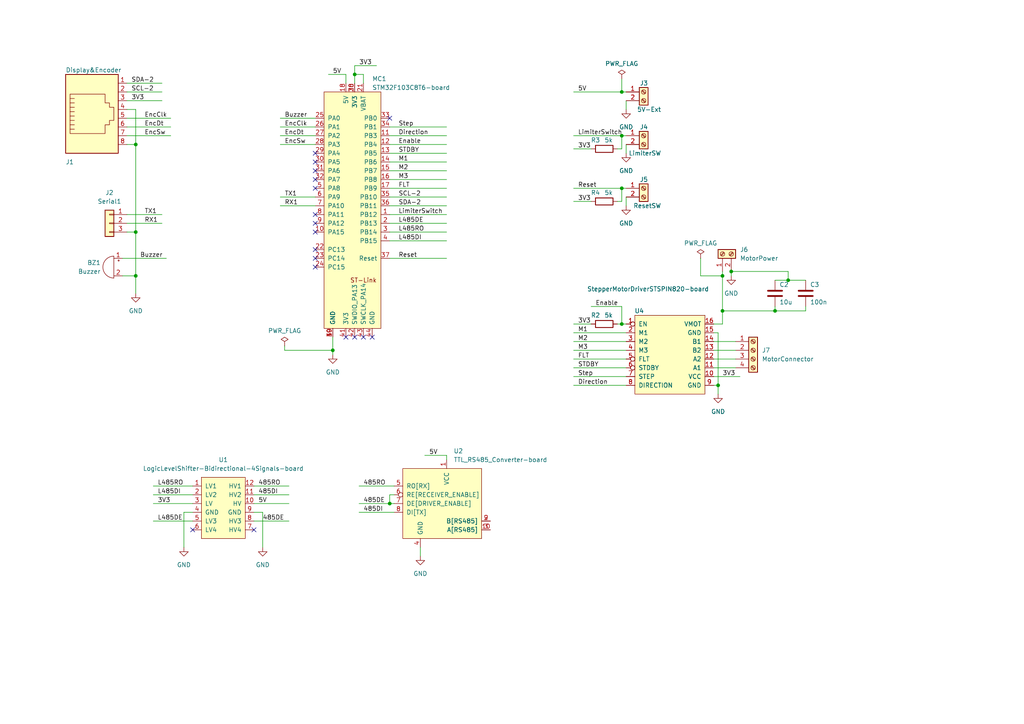
<source format=kicad_sch>
(kicad_sch (version 20211123) (generator eeschema)
  (paper "A4")
  (title_block (title "Electronic Focuser v1.1") (date "2022-02-07") (company "Radmilo Felix 2022"))
  (lib_symbols
    (symbol "Connector:RJ45" (pin_names (offset 1.016))
      (property "Reference" "J" (at -5.08 13.97 0))
      (property "Value" "RJ45" (at 2.54 13.97 0))
      (symbol "RJ45_0_1"
        (polyline (pts (xy -5.08 4.445) (xy -6.35 4.445)))
        (polyline (pts (xy -5.08 5.715) (xy -6.35 5.715)))
        (polyline (pts (xy -6.35 -3.175) (xy -5.08 -3.175) (xy -5.08 -3.175)))
        (polyline (pts (xy -6.35 -1.905) (xy -5.08 -1.905) (xy -5.08 -1.905)))
        (polyline (pts (xy -6.35 -0.635) (xy -5.08 -0.635) (xy -5.08 -0.635)))
        (polyline (pts (xy -6.35 0.635) (xy -5.08 0.635) (xy -5.08 0.635)))
        (polyline (pts (xy -6.35 1.905) (xy -5.08 1.905) (xy -5.08 1.905)))
        (polyline (pts (xy -5.08 3.175) (xy -6.35 3.175) (xy -6.35 3.175)))
        (polyline (pts (xy -6.35 -4.445) (xy -6.35 6.985) (xy 3.81 6.985) (xy 3.81 4.445) (xy 5.08 4.445) (xy 5.08 3.175) (xy 6.35 3.175) (xy 6.35 -0.635) (xy 5.08 -0.635) (xy 5.08 -1.905) (xy 3.81 -1.905) (xy 3.81 -4.445) (xy -6.35 -4.445) (xy -6.35 -4.445)))
        (rectangle (start 7.62 12.7) (end -7.62 -10.16) (stroke (width 0.254)) (fill (type background)))
      )
      (symbol "RJ45_1_1"
        (pin passive line (at 10.16 -7.62 180) (length 2.54) (name "~") (number "1"))
        (pin passive line (at 10.16 -5.08 180) (length 2.54) (name "~") (number "2"))
        (pin passive line (at 10.16 -2.54 180) (length 2.54) (name "~") (number "3"))
        (pin passive line (at 10.16 0 180) (length 2.54) (name "~") (number "4"))
        (pin passive line (at 10.16 2.54 180) (length 2.54) (name "~") (number "5"))
        (pin passive line (at 10.16 5.08 180) (length 2.54) (name "~") (number "6"))
        (pin passive line (at 10.16 7.62 180) (length 2.54) (name "~") (number "7"))
        (pin passive line (at 10.16 10.16 180) (length 2.54) (name "~") (number "8"))
      )
    )
    (symbol "Connector:Screw_Terminal_01x02" (pin_names (offset 1.016) hide)
      (property "Reference" "J" (at 0 2.54 0))
      (property "Value" "Screw_Terminal_01x02" (at 0 -5.08 0))
      (symbol "Screw_Terminal_01x02_1_1"
        (rectangle (start -1.27 1.27) (end 1.27 -3.81) (stroke (width 0.254)) (fill (type background)))
        (circle (center 0 -2.54) (radius 0.635) (stroke (width 0.1524)))
        (polyline (pts (xy -0.5334 -2.2098) (xy 0.3302 -3.048)) (stroke (width 0.1524)))
        (polyline (pts (xy -0.5334 0.3302) (xy 0.3302 -0.508)) (stroke (width 0.1524)))
        (polyline (pts (xy -0.3556 -2.032) (xy 0.508 -2.8702)) (stroke (width 0.1524)))
        (polyline (pts (xy -0.3556 0.508) (xy 0.508 -0.3302)) (stroke (width 0.1524)))
        (circle (center 0 0) (radius 0.635) (stroke (width 0.1524)))
        (pin passive line (at -5.08 0 0) (length 3.81) (name "Pin_1") (number "1"))
        (pin passive line (at -5.08 -2.54 0) (length 3.81) (name "Pin_2") (number "2"))
      )
    )
    (symbol "Connector:Screw_Terminal_01x04" (pin_names (offset 1.016) hide)
      (property "Reference" "J" (at 0 5.08 0))
      (property "Value" "Screw_Terminal_01x04" (at 0 -7.62 0))
      (symbol "Screw_Terminal_01x04_1_1"
        (rectangle (start -1.27 3.81) (end 1.27 -6.35) (stroke (width 0.254)) (fill (type background)))
        (circle (center 0 -5.08) (radius 0.635) (stroke (width 0.1524)))
        (circle (center 0 -2.54) (radius 0.635) (stroke (width 0.1524)))
        (polyline (pts (xy -0.5334 -4.7498) (xy 0.3302 -5.588)) (stroke (width 0.1524)))
        (polyline (pts (xy -0.5334 -2.2098) (xy 0.3302 -3.048)) (stroke (width 0.1524)))
        (polyline (pts (xy -0.5334 0.3302) (xy 0.3302 -0.508)) (stroke (width 0.1524)))
        (polyline (pts (xy -0.5334 2.8702) (xy 0.3302 2.032)) (stroke (width 0.1524)))
        (polyline (pts (xy -0.3556 -4.572) (xy 0.508 -5.4102)) (stroke (width 0.1524)))
        (polyline (pts (xy -0.3556 -2.032) (xy 0.508 -2.8702)) (stroke (width 0.1524)))
        (polyline (pts (xy -0.3556 0.508) (xy 0.508 -0.3302)) (stroke (width 0.1524)))
        (polyline (pts (xy -0.3556 3.048) (xy 0.508 2.2098)) (stroke (width 0.1524)))
        (circle (center 0 0) (radius 0.635) (stroke (width 0.1524)))
        (circle (center 0 2.54) (radius 0.635) (stroke (width 0.1524)))
        (pin passive line (at -5.08 2.54 0) (length 3.81) (name "Pin_1") (number "1"))
        (pin passive line (at -5.08 0 0) (length 3.81) (name "Pin_2") (number "2"))
        (pin passive line (at -5.08 -2.54 0) (length 3.81) (name "Pin_3") (number "3"))
        (pin passive line (at -5.08 -5.08 0) (length 3.81) (name "Pin_4") (number "4"))
      )
    )
    (symbol "Connector_Generic:Conn_01x03" (pin_names (offset 1.016) hide)
      (property "Reference" "J" (at 0 5.08 0))
      (property "Value" "Conn_01x03" (at 0 -5.08 0))
      (symbol "Conn_01x03_1_1"
        (rectangle (start -1.27 -2.413) (end 0 -2.667) (stroke (width 0.1524)))
        (rectangle (start -1.27 0.127) (end 0 -0.127) (stroke (width 0.1524)))
        (rectangle (start -1.27 2.667) (end 0 2.413) (stroke (width 0.1524)))
        (rectangle (start -1.27 3.81) (end 1.27 -3.81) (stroke (width 0.254)) (fill (type background)))
        (pin passive line (at -5.08 2.54 0) (length 3.81) (name "Pin_1") (number "1"))
        (pin passive line (at -5.08 0 0) (length 3.81) (name "Pin_2") (number "2"))
        (pin passive line (at -5.08 -2.54 0) (length 3.81) (name "Pin_3") (number "3"))
      )
    )
    (symbol "Device:Buzzer" (pin_names (offset 0.0254) hide)
      (property "Reference" "BZ" (at 3.81 1.27 0))
      (property "Value" "Buzzer" (at 3.81 -1.27 0))
      (symbol "Buzzer_0_1"
        (arc (start 0 -3.175) (mid 3.175 0) (end 0 3.175))
        (polyline (pts (xy -1.651 1.905) (xy -1.143 1.905)))
        (polyline (pts (xy -1.397 2.159) (xy -1.397 1.651)))
        (polyline (pts (xy 0 3.175) (xy 0 -3.175)))
      )
      (symbol "Buzzer_1_1"
        (pin passive line (at -2.54 2.54 0) (length 2.54) (name "-") (number "1"))
        (pin passive line (at -2.54 -2.54 0) (length 2.54) (name "+") (number "2"))
      )
    )
    (symbol "Device:C" (pin_numbers hide) (pin_names (offset 0.254))
      (property "Reference" "C" (at 0.635 2.54 0))
      (property "Value" "C" (at 0.635 -2.54 0))
      (symbol "C_0_1"
        (polyline (pts (xy -2.032 -0.762) (xy 2.032 -0.762)) (stroke (width 0.508)))
        (polyline (pts (xy -2.032 0.762) (xy 2.032 0.762)) (stroke (width 0.508)))
      )
      (symbol "C_1_1"
        (pin passive line (at 0 3.81 270) (length 2.794) (name "~") (number "1"))
        (pin passive line (at 0 -3.81 90) (length 2.794) (name "~") (number "2"))
      )
    )
    (symbol "Device:R" (pin_numbers hide) (pin_names (offset 0))
      (property "Reference" "R" (at 2.032 0 90))
      (property "Value" "R" (at 0 0 90))
      (symbol "R_0_1"
        (rectangle (start -1.016 -2.54) (end 1.016 2.54) (stroke (width 0.254)))
      )
      (symbol "R_1_1"
        (pin passive line (at 0 3.81 270) (length 1.27) (name "~") (number "1"))
        (pin passive line (at 0 -3.81 90) (length 1.27) (name "~") (number "2"))
      )
    )
    (symbol "MyCustom:LogicLevelShifter-Bidirectional-4Signals-board" (pin_names (offset 1.016))
      (property "Reference" "U" (at 3.81 -8.89 0))
      (property "Value" "LogicLevelShifter-Bidirectional-4Signals-board" (at 2.54 11.43 0))
      (symbol "LogicLevelShifter-Bidirectional-4Signals-board_0_1"
        (rectangle (start -7.62 10.16) (end 5.08 -7.62) (fill (type background)))
      )
      (symbol "LogicLevelShifter-Bidirectional-4Signals-board_1_1"
        (pin bidirectional line (at -10.16 7.62 0) (length 2.54) (name "LV1") (number "1"))
        (pin power_in line (at 7.62 2.54 180) (length 2.54) (name "HV") (number "10"))
        (pin bidirectional line (at 7.62 5.08 180) (length 2.54) (name "HV2") (number "11"))
        (pin bidirectional line (at 7.62 7.62 180) (length 2.54) (name "HV1") (number "12"))
        (pin bidirectional line (at -10.16 5.08 0) (length 2.54) (name "LV2") (number "2"))
        (pin power_in line (at -10.16 2.54 0) (length 2.54) (name "LV") (number "3"))
        (pin power_in line (at -10.16 0 0) (length 2.54) (name "GND") (number "4"))
        (pin bidirectional line (at -10.16 -2.54 0) (length 2.54) (name "LV3") (number "5"))
        (pin bidirectional line (at -10.16 -5.08 0) (length 2.54) (name "LV4") (number "6"))
        (pin bidirectional line (at 7.62 -5.08 180) (length 2.54) (name "HV4") (number "7"))
        (pin bidirectional line (at 7.62 -2.54 180) (length 2.54) (name "HV3") (number "8"))
        (pin power_in line (at 7.62 0 180) (length 2.54) (name "GND") (number "9"))
      )
    )
    (symbol "MyCustom:STM32F103C8T6-board" (pin_names (offset 1.016))
      (property "Reference" "MC" (at -12.7 -38.1 0))
      (property "Value" "STM32F103C8T6-board" (at -20.32 30.48 0))
      (symbol "STM32F103C8T6-board_0_0"
        (text "ST-Link" (at 2.54 -24.13 0) (effects (font (size 1.27 1.27))))
      )
      (symbol "STM32F103C8T6-board_0_1"
        (rectangle (start -8.89 30.48) (end 7.62 -38.1) (fill (type background)))
      )
      (symbol "STM32F103C8T6-board_1_1"
        (pin bidirectional line (at 10.16 -5.08 180) (length 2.54) (name "PB12") (number "1"))
        (pin bidirectional line (at -11.43 -10.16 0) (length 2.54) (name "PA15") (number "10"))
        (pin bidirectional line (at 10.16 17.78 180) (length 2.54) (name "PB3") (number "11"))
        (pin bidirectional line (at 10.16 15.24 180) (length 2.54) (name "PB4") (number "12"))
        (pin bidirectional line (at 10.16 12.7 180) (length 2.54) (name "PB5") (number "13"))
        (pin bidirectional line (at 10.16 10.16 180) (length 2.54) (name "PB6") (number "14"))
        (pin bidirectional line (at 10.16 7.62 180) (length 2.54) (name "PB7") (number "15"))
        (pin bidirectional line (at 10.16 5.08 180) (length 2.54) (name "PB8") (number "16"))
        (pin bidirectional line (at 10.16 2.54 180) (length 2.54) (name "PB9") (number "17"))
        (pin power_in line (at -2.54 33.02 270) (length 2.54) (name "5V") (number "18"))
        (pin power_in line (at -6.35 -40.64 90) (length 2.54) (name "GND") (number "19"))
        (pin bidirectional line (at 10.16 -7.62 180) (length 2.54) (name "PB13") (number "2"))
        (pin power_out line (at 0 33.02 270) (length 2.54) (name "3V3") (number "20"))
        (pin power_in line (at 2.54 33.02 270) (length 2.54) (name "VBAT") (number "21"))
        (pin bidirectional line (at -11.43 -15.24 0) (length 2.54) (name "PC13") (number "22"))
        (pin bidirectional line (at -11.43 -17.78 0) (length 2.54) (name "PC14") (number "23"))
        (pin bidirectional line (at -11.43 -20.32 0) (length 2.54) (name "PC15") (number "24"))
        (pin bidirectional line (at -11.43 22.86 0) (length 2.54) (name "PA0") (number "25"))
        (pin bidirectional line (at -11.43 20.32 0) (length 2.54) (name "PA1") (number "26"))
        (pin bidirectional line (at -11.43 17.78 0) (length 2.54) (name "PA2") (number "27"))
        (pin bidirectional line (at -11.43 15.24 0) (length 2.54) (name "PA3") (number "28"))
        (pin bidirectional line (at -11.43 12.7 0) (length 2.54) (name "PA4") (number "29"))
        (pin bidirectional line (at 10.16 -10.16 180) (length 2.54) (name "PB14") (number "3"))
        (pin bidirectional line (at -11.43 10.16 0) (length 2.54) (name "PA5") (number "30"))
        (pin bidirectional line (at -11.43 7.62 0) (length 2.54) (name "PA6") (number "31"))
        (pin bidirectional line (at -11.43 5.08 0) (length 2.54) (name "PA7") (number "32"))
        (pin bidirectional line (at 10.16 22.86 180) (length 2.54) (name "PB0") (number "33"))
        (pin bidirectional line (at 10.16 20.32 180) (length 2.54) (name "PB1") (number "34"))
        (pin bidirectional line (at 10.16 0 180) (length 2.54) (name "PB10") (number "35"))
        (pin bidirectional line (at 10.16 -2.54 180) (length 2.54) (name "PB11") (number "36"))
        (pin input line (at 10.16 -17.78 180) (length 2.54) (name "Reset") (number "37"))
        (pin passive line (at 0 33.02 270) (length 2.54) (name "3V3") (number "38"))
        (pin power_in line (at -6.35 -40.64 90) (length 2.54) (name "GND") (number "39"))
        (pin bidirectional line (at 10.16 -12.7 180) (length 2.54) (name "PB15") (number "4"))
        (pin power_in line (at -6.35 -40.64 90) (length 2.54) (name "GND") (number "40"))
        (pin power_in line (at -2.54 -40.64 90) (length 2.54) (name "3V3") (number "41"))
        (pin bidirectional line (at 0 -40.64 90) (length 2.54) (name "SWDIO_PA13") (number "42"))
        (pin bidirectional line (at 2.54 -40.64 90) (length 2.54) (name "SWCLK_PA14") (number "43"))
        (pin power_in line (at 5.08 -40.64 90) (length 2.54) (name "GND") (number "44"))
        (pin bidirectional line (at -11.43 2.54 0) (length 2.54) (name "PA8") (number "5"))
        (pin bidirectional line (at -11.43 0 0) (length 2.54) (name "PA9") (number "6"))
        (pin bidirectional line (at -11.43 -2.54 0) (length 2.54) (name "PA10") (number "7"))
        (pin bidirectional line (at -11.43 -5.08 0) (length 2.54) (name "PA11") (number "8"))
        (pin bidirectional line (at -11.43 -7.62 0) (length 2.54) (name "PA12") (number "9"))
      )
    )
    (symbol "MyCustom:StepperMotorDriverSTSPIN820-board" (pin_names (offset 1.016))
      (property "Reference" "U" (at -8.89 12.7 0))
      (property "Value" "StepperMotorDriverSTSPIN820-board" (at 7.62 -12.7 0))
      (symbol "StepperMotorDriverSTSPIN820-board_1_1"
        (rectangle (start -10.16 11.43) (end 10.16 -11.43) (fill (type background)))
        (pin input inverted (at -12.7 8.89 0) (length 2.54) (name "EN") (number "1"))
        (pin power_in line (at 12.7 -6.35 180) (length 2.54) (name "VCC") (number "10"))
        (pin output line (at 12.7 -3.81 180) (length 2.54) (name "A1") (number "11"))
        (pin output line (at 12.7 -1.27 180) (length 2.54) (name "A2") (number "12"))
        (pin output line (at 12.7 1.27 180) (length 2.54) (name "B2") (number "13"))
        (pin output line (at 12.7 3.81 180) (length 2.54) (name "B1") (number "14"))
        (pin power_in line (at 12.7 6.35 180) (length 2.54) (name "GND") (number "15"))
        (pin power_in line (at 12.7 8.89 180) (length 2.54) (name "VMOT") (number "16"))
        (pin input line (at -12.7 6.35 0) (length 2.54) (name "M1") (number "2"))
        (pin input line (at -12.7 3.81 0) (length 2.54) (name "M2") (number "3"))
        (pin input line (at -12.7 1.27 0) (length 2.54) (name "M3") (number "4"))
        (pin input inverted (at -12.7 -1.27 0) (length 2.54) (name "FLT") (number "5"))
        (pin input inverted (at -12.7 -3.81 0) (length 2.54) (name "STDBY") (number "6"))
        (pin input line (at -12.7 -6.35 0) (length 2.54) (name "STEP") (number "7"))
        (pin input line (at -12.7 -8.89 0) (length 2.54) (name "DIRECTION") (number "8"))
        (pin power_in line (at 12.7 -8.89 180) (length 2.54) (name "GND") (number "9"))
      )
    )
    (symbol "MyCustom:TTL_RS485_Converter-board" (pin_names (offset 1.016))
      (property "Reference" "U" (at 8.89 -12.7 0))
      (property "Value" "TTL_RS485_Converter-board" (at 15.24 12.7 0))
      (symbol "TTL_RS485_Converter-board_0_1"
        (rectangle (start -12.7 10.16) (end 10.16 -10.16) (fill (type background)))
      )
      (symbol "TTL_RS485_Converter-board_1_1"
        (pin power_in line (at 0 12.7 270) (length 2.54) (name "VCC") (number "1"))
        (pin bidirectional line (at 12.7 -7.62 180) (length 2.54) (name "A[RS485]") (number "10"))
        (pin bidirectional line (at 12.7 -5.08 180) (length 2.54) (name "B[RS485]") (number "2"))
        (pin bidirectional line (at 12.7 -7.62 180) (length 2.54) (name "A[RS485]") (number "3"))
        (pin power_in line (at -7.62 -12.7 90) (length 2.54) (name "GND") (number "4"))
        (pin bidirectional line (at -15.24 5.08 0) (length 2.54) (name "RO[RX]") (number "5"))
        (pin input inverted (at -15.24 2.54 0) (length 2.54) (name "RE[RECEIVER_ENABLE]") (number "6"))
        (pin bidirectional line (at -15.24 0 0) (length 2.54) (name "DE[DRIVER_ENABLE]") (number "7"))
        (pin bidirectional line (at -15.24 -2.54 0) (length 2.54) (name "DI[TX]") (number "8"))
        (pin bidirectional line (at 12.7 -5.08 180) (length 2.54) (name "B[RS485]") (number "9"))
      )
    )
    (symbol "power:GND" (power) (pin_names (offset 0))
      (property "Value" "GND" (at 0 -3.81 0))
      (symbol "GND_0_1"
        (polyline (pts (xy 0 0) (xy 0 -1.27) (xy 1.27 -1.27) (xy 0 -2.54) (xy -1.27 -1.27) (xy 0 -1.27)))
      )
      (symbol "GND_1_1"
        (pin power_in line (at 0 0 270) (length 0) hide (name "GND") (number "1"))
      )
    )
    (symbol "power:PWR_FLAG" (power) (pin_numbers hide) (pin_names (offset 0) hide)
      (property "Value" "PWR_FLAG" (at 0 3.81 0))
      (symbol "PWR_FLAG_0_0"
        (pin power_out line (at 0 0 90) (length 0) (name "pwr") (number "1"))
      )
      (symbol "PWR_FLAG_0_1"
        (polyline (pts (xy 0 0) (xy 0 1.27) (xy -1.016 1.905) (xy 0 2.54) (xy 1.016 1.905) (xy 0 1.27)))
      )
    )
  )
  (junction (at 96.52 101.6))
  (junction (at 39.37 41.91))
  (junction (at 180.34 93.98))
  (junction (at 208.28 111.76))
  (junction (at 39.37 80.01))
  (junction (at 180.34 54.61))
  (junction (at 180.34 39.37))
  (junction (at 39.37 67.31))
  (junction (at 224.79 90.17))
  (junction (at 212.09 78.74))
  (junction (at 180.34 26.67))
  (junction (at 113.03 146.05))
  (junction (at 102.87 21.59))
  (junction (at 209.55 90.17))
  (junction (at 209.55 80.01))
  (junction (at 228.6 81.28))
  (no_connect (at 55.88 153.67))
  (no_connect (at 73.66 153.67))
  (no_connect (at 100.33 97.79))
  (no_connect (at 102.87 97.79))
  (no_connect (at 105.41 97.79))
  (no_connect (at 107.95 97.79))
  (no_connect (at 113.03 34.29))
  (no_connect (at 91.44 46.99))
  (no_connect (at 91.44 44.45))
  (no_connect (at 91.44 49.53))
  (no_connect (at 91.44 77.47))
  (no_connect (at 91.44 72.39))
  (no_connect (at 91.44 67.31))
  (no_connect (at 91.44 74.93))
  (no_connect (at 91.44 64.77))
  (no_connect (at 91.44 54.61))
  (no_connect (at 91.44 52.07))
  (no_connect (at 91.44 62.23))
  (wire (pts (xy 81.28 59.69) (xy 91.44 59.69)))
  (wire (pts (xy 113.03 52.07) (xy 129.54 52.07)))
  (wire (pts (xy 166.37 101.6) (xy 181.61 101.6)))
  (wire (pts (xy 36.83 31.75) (xy 39.37 31.75)))
  (wire (pts (xy 113.03 54.61) (xy 129.54 54.61)))
  (wire (pts (xy 81.28 39.37) (xy 91.44 39.37)))
  (wire (pts (xy 113.03 46.99) (xy 129.54 46.99)))
  (wire (pts (xy 113.03 69.85) (xy 129.54 69.85)))
  (wire (pts (xy 180.34 54.61) (xy 181.61 54.61)))
  (wire (pts (xy 81.28 36.83) (xy 91.44 36.83)))
  (wire (pts (xy 36.83 39.37) (xy 49.53 39.37)))
  (wire (pts (xy 36.83 24.13) (xy 46.99 24.13)))
  (wire (pts (xy 166.37 54.61) (xy 180.34 54.61)))
  (wire (pts (xy 36.83 64.77) (xy 46.99 64.77)))
  (wire (pts (xy 203.2 74.93) (xy 203.2 80.01)))
  (wire (pts (xy 113.03 143.51) (xy 113.03 146.05)))
  (wire (pts (xy 113.03 44.45) (xy 129.54 44.45)))
  (wire (pts (xy 44.45 143.51) (xy 55.88 143.51)))
  (wire (pts (xy 166.37 43.18) (xy 171.45 43.18)))
  (wire (pts (xy 209.55 93.98) (xy 207.01 93.98)))
  (wire (pts (xy 166.37 99.06) (xy 181.61 99.06)))
  (wire (pts (xy 44.45 151.13) (xy 55.88 151.13)))
  (wire (pts (xy 104.14 148.59) (xy 114.3 148.59)))
  (wire (pts (xy 81.28 41.91) (xy 91.44 41.91)))
  (wire (pts (xy 123.19 132.08) (xy 129.54 132.08)))
  (wire (pts (xy 233.68 90.17) (xy 224.79 90.17)))
  (wire (pts (xy 212.09 78.74) (xy 228.6 78.74)))
  (wire (pts (xy 166.37 39.37) (xy 180.34 39.37)))
  (wire (pts (xy 36.83 34.29) (xy 49.53 34.29)))
  (wire (pts (xy 166.37 104.14) (xy 181.61 104.14)))
  (wire (pts (xy 39.37 85.09) (xy 39.37 80.01)))
  (wire (pts (xy 180.34 22.86) (xy 180.34 26.67)))
  (wire (pts (xy 102.87 21.59) (xy 102.87 19.05)))
  (wire (pts (xy 207.01 104.14) (xy 213.36 104.14)))
  (wire (pts (xy 44.45 146.05) (xy 55.88 146.05)))
  (wire (pts (xy 81.28 34.29) (xy 91.44 34.29)))
  (wire (pts (xy 166.37 106.68) (xy 181.61 106.68)))
  (wire (pts (xy 113.03 41.91) (xy 129.54 41.91)))
  (wire (pts (xy 39.37 31.75) (xy 39.37 41.91)))
  (wire (pts (xy 166.37 58.42) (xy 171.45 58.42)))
  (wire (pts (xy 166.37 26.67) (xy 180.34 26.67)))
  (wire (pts (xy 180.34 58.42) (xy 180.34 54.61)))
  (wire (pts (xy 76.2 158.75) (xy 76.2 148.59)))
  (wire (pts (xy 76.2 148.59) (xy 73.66 148.59)))
  (wire (pts (xy 39.37 41.91) (xy 39.37 67.31)))
  (wire (pts (xy 212.09 78.74) (xy 212.09 80.01)))
  (wire (pts (xy 129.54 133.35) (xy 129.54 132.08)))
  (wire (pts (xy 208.28 111.76) (xy 208.28 114.3)))
  (wire (pts (xy 113.03 74.93) (xy 129.54 74.93)))
  (wire (pts (xy 73.66 140.97) (xy 83.82 140.97)))
  (wire (pts (xy 228.6 78.74) (xy 228.6 81.28)))
  (wire (pts (xy 113.03 39.37) (xy 129.54 39.37)))
  (wire (pts (xy 113.03 59.69) (xy 129.54 59.69)))
  (wire (pts (xy 228.6 81.28) (xy 233.68 81.28)))
  (wire (pts (xy 73.66 151.13) (xy 83.82 151.13)))
  (wire (pts (xy 207.01 106.68) (xy 213.36 106.68)))
  (wire (pts (xy 81.28 57.15) (xy 91.44 57.15)))
  (wire (pts (xy 180.34 88.9) (xy 180.34 93.98)))
  (wire (pts (xy 180.34 93.98) (xy 181.61 93.98)))
  (wire (pts (xy 166.37 93.98) (xy 171.45 93.98)))
  (wire (pts (xy 100.33 21.59) (xy 100.33 24.13)))
  (wire (pts (xy 105.41 21.59) (xy 102.87 21.59)))
  (wire (pts (xy 207.01 101.6) (xy 213.36 101.6)))
  (wire (pts (xy 171.45 88.9) (xy 180.34 88.9)))
  (wire (pts (xy 208.28 96.52) (xy 208.28 111.76)))
  (wire (pts (xy 113.03 62.23) (xy 129.54 62.23)))
  (wire (pts (xy 36.83 29.21) (xy 46.99 29.21)))
  (wire (pts (xy 104.14 146.05) (xy 113.03 146.05)))
  (wire (pts (xy 104.14 140.97) (xy 114.3 140.97)))
  (wire (pts (xy 209.55 90.17) (xy 209.55 93.98)))
  (wire (pts (xy 35.56 74.93) (xy 48.26 74.93)))
  (wire (pts (xy 166.37 109.22) (xy 181.61 109.22)))
  (wire (pts (xy 82.55 101.6) (xy 96.52 101.6)))
  (wire (pts (xy 209.55 80.01) (xy 209.55 90.17)))
  (wire (pts (xy 166.37 96.52) (xy 181.61 96.52)))
  (wire (pts (xy 113.03 49.53) (xy 129.54 49.53)))
  (wire (pts (xy 207.01 99.06) (xy 213.36 99.06)))
  (wire (pts (xy 36.83 41.91) (xy 39.37 41.91)))
  (wire (pts (xy 214.63 109.22) (xy 207.01 109.22)))
  (wire (pts (xy 73.66 146.05) (xy 83.82 146.05)))
  (wire (pts (xy 113.03 64.77) (xy 129.54 64.77)))
  (wire (pts (xy 36.83 36.83) (xy 49.53 36.83)))
  (wire (pts (xy 44.45 140.97) (xy 55.88 140.97)))
  (wire (pts (xy 179.07 58.42) (xy 180.34 58.42)))
  (wire (pts (xy 179.07 43.18) (xy 180.34 43.18)))
  (wire (pts (xy 224.79 90.17) (xy 209.55 90.17)))
  (wire (pts (xy 181.61 41.91) (xy 181.61 44.45)))
  (wire (pts (xy 180.34 26.67) (xy 181.61 26.67)))
  (wire (pts (xy 36.83 67.31) (xy 39.37 67.31)))
  (wire (pts (xy 96.52 101.6) (xy 96.52 102.87)))
  (wire (pts (xy 207.01 111.76) (xy 208.28 111.76)))
  (wire (pts (xy 96.52 97.79) (xy 96.52 101.6)))
  (wire (pts (xy 113.03 57.15) (xy 129.54 57.15)))
  (wire (pts (xy 180.34 39.37) (xy 181.61 39.37)))
  (wire (pts (xy 53.34 148.59) (xy 55.88 148.59)))
  (wire (pts (xy 105.41 24.13) (xy 105.41 21.59)))
  (wire (pts (xy 113.03 146.05) (xy 114.3 146.05)))
  (wire (pts (xy 233.68 88.9) (xy 233.68 90.17)))
  (wire (pts (xy 53.34 158.75) (xy 53.34 148.59)))
  (wire (pts (xy 179.07 93.98) (xy 180.34 93.98)))
  (wire (pts (xy 36.83 26.67) (xy 46.99 26.67)))
  (wire (pts (xy 73.66 143.51) (xy 83.82 143.51)))
  (wire (pts (xy 95.25 21.59) (xy 100.33 21.59)))
  (wire (pts (xy 203.2 80.01) (xy 209.55 80.01)))
  (wire (pts (xy 113.03 67.31) (xy 129.54 67.31)))
  (wire (pts (xy 166.37 111.76) (xy 181.61 111.76)))
  (wire (pts (xy 181.61 57.15) (xy 181.61 59.69)))
  (wire (pts (xy 102.87 19.05) (xy 109.22 19.05)))
  (wire (pts (xy 224.79 88.9) (xy 224.79 90.17)))
  (wire (pts (xy 82.55 100.33) (xy 82.55 101.6)))
  (wire (pts (xy 102.87 24.13) (xy 102.87 21.59)))
  (wire (pts (xy 121.92 158.75) (xy 121.92 161.29)))
  (wire (pts (xy 181.61 29.21) (xy 181.61 31.75)))
  (wire (pts (xy 36.83 62.23) (xy 46.99 62.23)))
  (wire (pts (xy 39.37 67.31) (xy 39.37 80.01)))
  (wire (pts (xy 209.55 78.74) (xy 209.55 80.01)))
  (wire (pts (xy 113.03 143.51) (xy 114.3 143.51)))
  (wire (pts (xy 224.79 81.28) (xy 228.6 81.28)))
  (wire (pts (xy 113.03 36.83) (xy 129.54 36.83)))
  (wire (pts (xy 207.01 96.52) (xy 208.28 96.52)))
  (wire (pts (xy 39.37 80.01) (xy 35.56 80.01)))
  (wire (pts (xy 180.34 43.18) (xy 180.34 39.37)))
  (label "3V3" (at 167.64 93.98 0))
  (label "L485DE" (at 45.72 151.13 0))
  (label "485RO" (at 105.41 140.97 0))
  (label "TX1" (at 41.91 62.23 0))
  (label "EncDt" (at 82.55 39.37 0))
  (label "M3" (at 167.64 101.6 0))
  (label "3V3" (at 209.55 109.22 0))
  (label "L485DE" (at 115.57 64.77 0))
  (label "FLT" (at 115.57 54.61 0))
  (label "L485RO" (at 115.57 67.31 0))
  (label "M1" (at 115.57 46.99 0))
  (label "Enable" (at 115.57 41.91 0))
  (label "485DI" (at 74.93 143.51 0))
  (label "485RO" (at 74.93 140.97 0))
  (label "SCL-2" (at 38.1 26.67 0))
  (label "M1" (at 167.64 96.52 0))
  (label "SCL-2" (at 115.57 57.15 0))
  (label "L485DI" (at 115.57 69.85 0))
  (label "STDBY" (at 115.57 44.45 0))
  (label "EncClk" (at 41.91 34.29 0))
  (label "L485DI" (at 45.72 143.51 0))
  (label "Step" (at 167.64 109.22 0))
  (label "3V3" (at 167.64 58.42 0))
  (label "M3" (at 115.57 52.07 0))
  (label "RX1" (at 82.55 59.69 0))
  (label "RX1" (at 41.91 64.77 0))
  (label "FLT" (at 167.64 104.14 0))
  (label "L485RO" (at 45.72 140.97 0))
  (label "SDA-2" (at 115.57 59.69 0))
  (label "Enable" (at 172.72 88.9 0))
  (label "3V3" (at 167.64 43.18 0))
  (label "STDBY" (at 167.64 106.68 0))
  (label "485DE" (at 76.2 151.13 0))
  (label "EncSw" (at 41.91 39.37 0))
  (label "5V" (at 96.52 21.59 0))
  (label "LimiterSwitch" (at 115.57 62.23 0))
  (label "485DI" (at 105.41 148.59 0))
  (label "EncDt" (at 41.91 36.83 0))
  (label "3V3" (at 45.72 146.05 0))
  (label "Reset" (at 115.57 74.93 0))
  (label "485DE" (at 105.41 146.05 0))
  (label "Buzzer" (at 82.55 34.29 0))
  (label "TX1" (at 82.55 57.15 0))
  (label "3V3" (at 104.14 19.05 0))
  (label "LimiterSwitch" (at 167.64 39.37 0))
  (label "Reset" (at 167.64 54.61 0))
  (label "EncSw" (at 82.55 41.91 0))
  (label "5V" (at 167.64 26.67 0))
  (label "Buzzer" (at 40.64 74.93 0))
  (label "5V" (at 74.93 146.05 0))
  (label "Direction" (at 167.64 111.76 0))
  (label "SDA-2" (at 38.1 24.13 0))
  (label "EncClk" (at 82.55 36.83 0))
  (label "M2" (at 167.64 99.06 0))
  (label "3V3" (at 38.1 29.21 0))
  (label "5V" (at 124.46 132.08 0))
  (label "M2" (at 115.57 49.53 0))
  (label "Direction" (at 115.57 39.37 0))
  (label "Step" (at 115.57 36.83 0))
  (symbol (lib_id "Connector:RJ45") (at 26.67 31.75 0) (mirror x) (unit 1)
    (property "Reference" "J1" (at 19.05 46.99 0) (effects (justify left)))
    (property "Value" "Display&Encoder" (at 19.05 20.32 0) (effects (justify left)))
    (property "Footprint" "Connector_RJ:RJ45_OST_PJ012-8P8CX_Vertical" (effects hide))
  )
  (symbol (lib_id "MyCustom:STM32F103C8T6-board") (at 102.87 57.15 0) (unit 1)
    (property "Reference" "MC1" (at 107.95 22.86 0) (effects (justify left)))
    (property "Value" "STM32F103C8T6-board" (at 107.95 25.4 0) (effects (justify left)))
    (property "Footprint" "MyCustom:STM32F103C8T6-board" (effects hide))
  )
  (symbol (lib_id "Device:C") (at 233.68 85.09 0) (unit 1)
    (property "Reference" "C3" (at 234.95 82.55 0) (effects (justify left)))
    (property "Value" "100n" (at 234.95 87.63 0) (effects (justify left)))
  )
  (symbol (lib_id "MyCustom:StepperMotorDriverSTSPIN820-board") (at 194.31 102.87 0) (unit 1)
    (property "Reference" "U4" (at 185.42 90.17 0))
    (property "Value" "StepperMotorDriverSTSPIN820-board" (at 187.96 83.82 0))
    (property "Footprint" "MyCustom:StepperMotorDriverSTSPIN820-board" (effects hide))
  )
  (symbol (lib_id "Device:R") (at 175.26 58.42 90) (unit 1)
    (property "Reference" "R4" (at 172.72 55.88 90))
    (property "Value" "5k" (at 176.53 55.88 90))
  )
  (symbol (lib_id "power:GND") (at 96.52 102.87 0) (unit 1)
    (property "Reference" "#PWR06" (effects hide))
    (property "Value" "GND" (at 96.52 107.95 0))
  )
  (symbol (lib_id "power:PWR_FLAG") (at 203.2 74.93 0) (mirror y) (unit 1)
    (property "Reference" "#FLG0102" (effects hide))
    (property "Value" "PWR_FLAG" (at 203.2 70.5358 0))
  )
  (symbol (lib_id "MyCustom:LogicLevelShifter-Bidirectional-4Signals-board") (at 66.04 148.59 0) (unit 1)
    (property "Reference" "U1" (at 64.77 133.35 0))
    (property "Value" "LogicLevelShifter-Bidirectional-4Signals-board" (at 64.77 135.89 0))
    (property "Footprint" "MyCustom:LogicLevelShifter_Bidirectional_4Signals-board" (effects hide))
  )
  (symbol (lib_id "Connector_Generic:Conn_01x03") (at 31.75 64.77 0) (mirror y) (unit 1)
    (property "Reference" "J2" (at 31.75 55.88 0))
    (property "Value" "Serial1" (at 31.75 58.42 0))
  )
  (symbol (lib_id "power:GND") (at 39.37 85.09 0) (mirror y) (unit 1)
    (property "Reference" "#PWR01" (effects hide))
    (property "Value" "GND" (at 39.37 90.17 0))
  )
  (symbol (lib_id "power:GND") (at 181.61 59.69 0) (unit 1)
    (property "Reference" "#PWR011" (effects hide))
    (property "Value" "GND" (at 181.61 64.77 0))
  )
  (symbol (lib_id "Connector:Screw_Terminal_01x02") (at 186.69 26.67 0) (unit 1)
    (property "Reference" "J3" (at 187.96 24.13 0) (effects (justify right)))
    (property "Value" "5V-Ext" (at 191.77 31.75 0) (effects (justify right)))
  )
  (symbol (lib_id "Device:C") (at 224.79 85.09 0) (unit 1)
    (property "Reference" "C2" (at 226.06 82.55 0) (effects (justify left)))
    (property "Value" "10u" (at 226.06 87.63 0) (effects (justify left)))
  )
  (symbol (lib_id "Connector:Screw_Terminal_01x02") (at 186.69 54.61 0) (unit 1)
    (property "Reference" "J5" (at 187.96 52.07 0) (effects (justify right)))
    (property "Value" "ResetSW" (at 191.77 59.69 0) (effects (justify right)))
  )
  (symbol (lib_id "power:PWR_FLAG") (at 82.55 100.33 0) (mirror y) (unit 1)
    (property "Reference" "#FLG0101" (effects hide))
    (property "Value" "PWR_FLAG" (at 82.55 95.9358 0))
  )
  (symbol (lib_id "Device:Buzzer") (at 33.02 77.47 0) (mirror y) (unit 1)
    (property "Reference" "BZ1" (at 29.21 76.1999 0) (effects (justify left)))
    (property "Value" "Buzzer" (at 29.21 78.7399 0) (effects (justify left)))
  )
  (symbol (lib_id "Connector:Screw_Terminal_01x02") (at 186.69 39.37 0) (unit 1)
    (property "Reference" "J4" (at 187.96 36.83 0) (effects (justify right)))
    (property "Value" "LimiterSW" (at 191.77 44.45 0) (effects (justify right)))
  )
  (symbol (lib_id "power:GND") (at 208.28 114.3 0) (unit 1)
    (property "Reference" "#PWR012" (effects hide))
    (property "Value" "GND" (at 208.28 119.38 0))
  )
  (symbol (lib_id "power:GND") (at 53.34 158.75 0) (unit 1)
    (property "Reference" "#PWR02" (effects hide))
    (property "Value" "GND" (at 53.34 163.83 0))
  )
  (symbol (lib_id "power:GND") (at 121.92 161.29 0) (unit 1)
    (property "Reference" "#PWR08" (effects hide))
    (property "Value" "GND" (at 121.92 166.37 0))
  )
  (symbol (lib_id "power:GND") (at 212.09 80.01 0) (unit 1)
    (property "Reference" "#PWR013" (effects hide))
    (property "Value" "GND" (at 212.09 85.09 0))
  )
  (symbol (lib_id "Connector:Screw_Terminal_01x04") (at 218.44 101.6 0) (unit 1)
    (property "Reference" "J7" (at 220.98 101.5999 0) (effects (justify left)))
    (property "Value" "MotorConnector" (at 220.98 104.1399 0) (effects (justify left)))
  )
  (symbol (lib_id "Connector:Screw_Terminal_01x02") (at 209.55 73.66 90) (unit 1)
    (property "Reference" "J6" (at 214.63 72.3899 90) (effects (justify right)))
    (property "Value" "MotorPower" (at 214.63 74.9299 90) (effects (justify right)))
  )
  (symbol (lib_id "Device:R") (at 175.26 43.18 90) (unit 1)
    (property "Reference" "R3" (at 172.72 40.64 90))
    (property "Value" "5k" (at 176.53 40.64 90))
  )
  (symbol (lib_id "MyCustom:TTL_RS485_Converter-board") (at 129.54 146.05 0) (unit 1)
    (property "Reference" "U2" (at 131.5594 130.81 0) (effects (justify left)))
    (property "Value" "TTL_RS485_Converter-board" (at 131.5594 133.35 0) (effects (justify left)))
    (property "Footprint" "MyCustom:TTL-RS485_Converter-board" (effects hide))
  )
  (symbol (lib_id "power:PWR_FLAG") (at 180.34 22.86 0) (mirror y) (unit 1)
    (property "Reference" "#FLG0103" (effects hide))
    (property "Value" "PWR_FLAG" (at 180.34 18.4658 0))
  )
  (symbol (lib_id "power:GND") (at 181.61 31.75 0) (unit 1)
    (property "Reference" "#PWR09" (effects hide))
    (property "Value" "GND" (at 181.61 36.83 0))
  )
  (symbol (lib_id "power:GND") (at 181.61 44.45 0) (unit 1)
    (property "Reference" "#PWR010" (effects hide))
    (property "Value" "GND" (at 181.61 49.53 0))
  )
  (symbol (lib_id "Device:R") (at 175.26 93.98 90) (unit 1)
    (property "Reference" "R2" (at 172.72 91.44 90))
    (property "Value" "5k" (at 176.53 91.44 90))
  )
  (symbol (lib_id "power:GND") (at 76.2 158.75 0) (unit 1)
    (property "Reference" "#PWR03" (effects hide))
    (property "Value" "GND" (at 76.2 163.83 0))
  )
)
</source>
